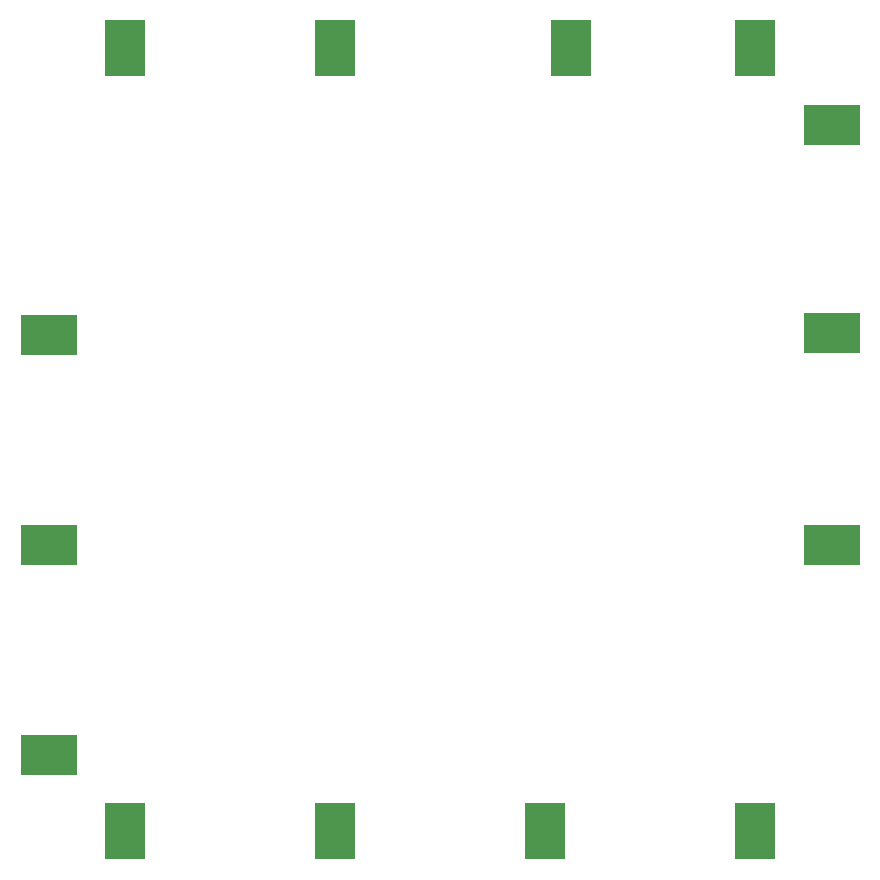
<source format=gbr>
G04 EAGLE Gerber RS-274X export*
G75*
%MOMM*%
%FSLAX34Y34*%
%LPD*%
%INSolderpaste Bottom*%
%IPPOS*%
%AMOC8*
5,1,8,0,0,1.08239X$1,22.5*%
G01*
%ADD10R,4.700000X3.400000*%
%ADD11R,3.400000X4.700000*%


D10*
X-331470Y88900D03*
X331470Y-88900D03*
X-331470Y-88900D03*
X331470Y90170D03*
D11*
X110490Y331470D03*
D10*
X-331470Y-266700D03*
X331470Y266700D03*
D11*
X-88900Y331470D03*
X266700Y331470D03*
X-88900Y-331470D03*
X-266700Y-331470D03*
X-266700Y331470D03*
X88900Y-331470D03*
X266700Y-331470D03*
M02*

</source>
